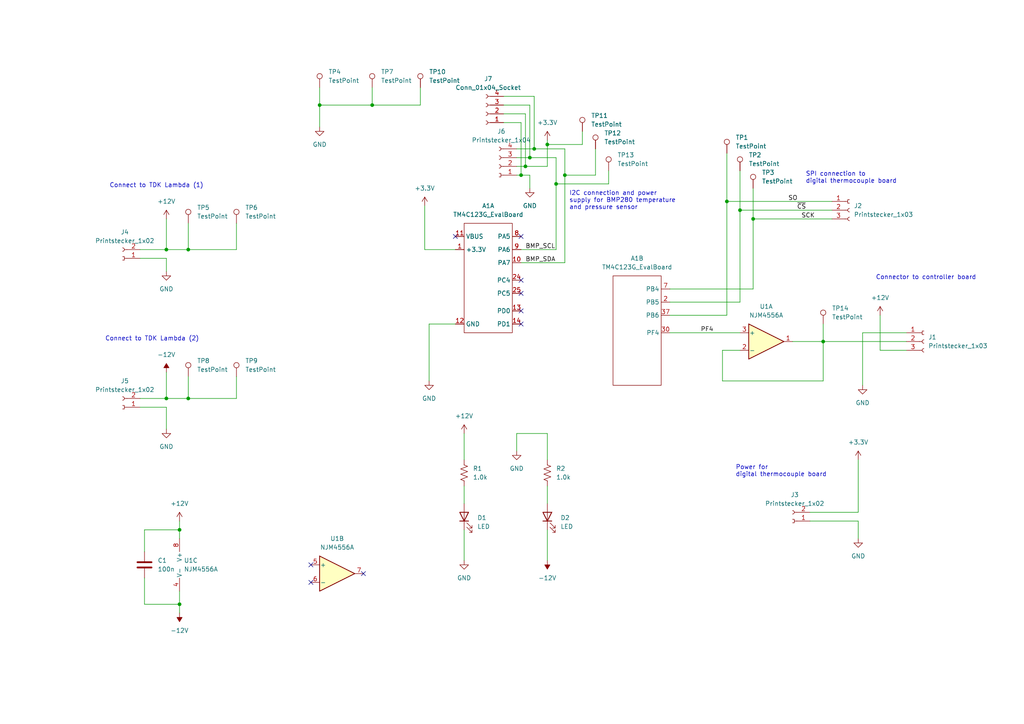
<source format=kicad_sch>
(kicad_sch (version 20230121) (generator eeschema)
  (paper "A4")
  (lib_symbols
    (symbol "Amplifier_Operational:NJM4556A" (pin_names (offset 0.127))
      (property "Reference" "U" (at 0 5.08 0))
      (property "Value" "NJM4556A" (at 0 -5.08 0))
      (symbol "NJM4556A_1_1"
        (polyline (pts (xy -5.08 5.08) (xy 5.08 0) (xy -5.08 -5.08) (xy -5.08 5.08)) (stroke (width 0.254)) (fill (type background)))
        (pin output line (at 7.62 0 180) (length 2.54) (name "~") (number "1"))
        (pin input line (at -7.62 -2.54 0) (length 2.54) (name "-") (number "2"))
        (pin input line (at -7.62 2.54 0) (length 2.54) (name "+") (number "3"))
      )
      (symbol "NJM4556A_2_1"
        (polyline (pts (xy -5.08 5.08) (xy 5.08 0) (xy -5.08 -5.08) (xy -5.08 5.08)) (stroke (width 0.254)) (fill (type background)))
        (pin input line (at -7.62 2.54 0) (length 2.54) (name "+") (number "5"))
        (pin input line (at -7.62 -2.54 0) (length 2.54) (name "-") (number "6"))
        (pin output line (at 7.62 0 180) (length 2.54) (name "~") (number "7"))
      )
      (symbol "NJM4556A_3_1"
        (pin power_in line (at -2.54 -7.62 90) (length 3.81) (name "V-") (number "4"))
        (pin power_in line (at -2.54 7.62 270) (length 3.81) (name "V+") (number "8"))
      )
    )
    (symbol "Connector:Conn_01x04_Socket" (pin_names (offset 1.016) hide)
      (property "Reference" "J" (at 0 5.08 0))
      (property "Value" "Conn_01x04_Socket" (at 0 -7.62 0))
      (symbol "Conn_01x04_Socket_1_1"
        (arc (start 0 -4.572) (mid -0.5058 -5.08) (end 0 -5.588) (stroke (width 0.1524)))
        (arc (start 0 -2.032) (mid -0.5058 -2.54) (end 0 -3.048) (stroke (width 0.1524)))
        (polyline (pts (xy -1.27 -5.08) (xy -0.508 -5.08)) (stroke (width 0.1524)))
        (polyline (pts (xy -1.27 -2.54) (xy -0.508 -2.54)) (stroke (width 0.1524)))
        (polyline (pts (xy -1.27 0) (xy -0.508 0)) (stroke (width 0.1524)))
        (polyline (pts (xy -1.27 2.54) (xy -0.508 2.54)) (stroke (width 0.1524)))
        (arc (start 0 0.508) (mid -0.5058 0) (end 0 -0.508) (stroke (width 0.1524)))
        (arc (start 0 3.048) (mid -0.5058 2.54) (end 0 2.032) (stroke (width 0.1524)))
        (pin passive line (at -5.08 2.54 0) (length 3.81) (name "Pin_1") (number "1"))
        (pin passive line (at -5.08 0 0) (length 3.81) (name "Pin_2") (number "2"))
        (pin passive line (at -5.08 -2.54 0) (length 3.81) (name "Pin_3") (number "3"))
        (pin passive line (at -5.08 -5.08 0) (length 3.81) (name "Pin_4") (number "4"))
      )
    )
    (symbol "Connector:TestPoint" (pin_numbers hide) (pin_names (offset 0.762) hide)
      (property "Reference" "TP" (at 0 6.858 0))
      (property "Value" "TestPoint" (at 0 5.08 0))
      (symbol "TestPoint_0_1"
        (circle (center 0 3.302) (radius 0.762))
      )
      (symbol "TestPoint_1_1"
        (pin passive line (at 0 0 90) (length 2.54) (name "1") (number "1"))
      )
    )
    (symbol "Device:C" (pin_numbers hide) (pin_names (offset 0.254))
      (property "Reference" "C" (at 0.635 2.54 0))
      (property "Value" "C" (at 0.635 -2.54 0))
      (symbol "C_0_1"
        (polyline (pts (xy -2.032 -0.762) (xy 2.032 -0.762)) (stroke (width 0.508)))
        (polyline (pts (xy -2.032 0.762) (xy 2.032 0.762)) (stroke (width 0.508)))
      )
      (symbol "C_1_1"
        (pin passive line (at 0 3.81 270) (length 2.794) (name "~") (number "1"))
        (pin passive line (at 0 -3.81 90) (length 2.794) (name "~") (number "2"))
      )
    )
    (symbol "Device:LED" (pin_numbers hide) (pin_names (offset 1.016) hide)
      (property "Reference" "D" (at 0 2.54 0))
      (property "Value" "LED" (at 0 -2.54 0))
      (symbol "LED_0_1"
        (polyline (pts (xy -1.27 -1.27) (xy -1.27 1.27)) (stroke (width 0.254)))
        (polyline (pts (xy -1.27 0) (xy 1.27 0)))
        (polyline (pts (xy 1.27 -1.27) (xy 1.27 1.27) (xy -1.27 0) (xy 1.27 -1.27)) (stroke (width 0.254)))
        (polyline (pts (xy -3.048 -0.762) (xy -4.572 -2.286) (xy -3.81 -2.286) (xy -4.572 -2.286) (xy -4.572 -1.524)))
        (polyline (pts (xy -1.778 -0.762) (xy -3.302 -2.286) (xy -2.54 -2.286) (xy -3.302 -2.286) (xy -3.302 -1.524)))
      )
      (symbol "LED_1_1"
        (pin passive line (at -3.81 0 0) (length 2.54) (name "K") (number "1"))
        (pin passive line (at 3.81 0 180) (length 2.54) (name "A") (number "2"))
      )
    )
    (symbol "Device:R_US" (pin_numbers hide) (pin_names (offset 0))
      (property "Reference" "R" (at 2.54 0 90))
      (property "Value" "R_US" (at -2.54 0 90))
      (symbol "R_US_0_1"
        (polyline (pts (xy 0 -2.286) (xy 0 -2.54)))
        (polyline (pts (xy 0 2.286) (xy 0 2.54)))
        (polyline (pts (xy 0 -0.762) (xy 1.016 -1.143) (xy 0 -1.524) (xy -1.016 -1.905) (xy 0 -2.286)))
        (polyline (pts (xy 0 0.762) (xy 1.016 0.381) (xy 0 0) (xy -1.016 -0.381) (xy 0 -0.762)))
        (polyline (pts (xy 0 2.286) (xy 1.016 1.905) (xy 0 1.524) (xy -1.016 1.143) (xy 0 0.762)))
      )
      (symbol "R_US_1_1"
        (pin passive line (at 0 3.81 270) (length 1.27) (name "~") (number "1"))
        (pin passive line (at 0 -3.81 90) (length 1.27) (name "~") (number "2"))
      )
    )
    (symbol "connectors:printstecker_1x02" (pin_names hide)
      (property "Reference" "J" (at 0 3.81 0))
      (property "Value" "Printstecker_1x02" (at -2.54 -3.81 0))
      (symbol "printstecker_1x02_0_1"
        (polyline (pts (xy 0 1.778) (xy -0.5058 1.778) (xy -0.5058 0.762) (xy 0 0.762)) (stroke (width 0.1524)))
      )
      (symbol "printstecker_1x02_1_1"
        (arc (start 0 -0.762) (mid -0.5058 -1.27) (end 0 -1.778) (stroke (width 0.1524)))
        (polyline (pts (xy -1.27 -1.27) (xy -0.508 -1.27)) (stroke (width 0.1524)))
        (polyline (pts (xy -1.27 1.27) (xy -0.508 1.27)) (stroke (width 0.1524)))
        (pin passive line (at -5.08 1.27 0) (length 3.81) (name "Pin_1") (number "1"))
        (pin passive line (at -5.08 -1.27 0) (length 3.81) (name "Pin_2") (number "2"))
      )
    )
    (symbol "connectors:printstecker_1x03" (pin_names hide)
      (property "Reference" "J" (at 0 5.08 0))
      (property "Value" "Printstecker_1x03" (at -2.54 -6.35 0))
      (symbol "printstecker_1x03_0_1"
        (polyline (pts (xy 0 3.048) (xy -0.5058 3.048) (xy -0.5058 2.032) (xy 0 2.032)) (stroke (width 0.1524)))
      )
      (symbol "printstecker_1x03_1_1"
        (arc (start 0 -2.032) (mid -0.5058 -2.54) (end 0 -3.048) (stroke (width 0.1524)))
        (polyline (pts (xy -1.27 -2.54) (xy -0.508 -2.54)) (stroke (width 0.1524)))
        (polyline (pts (xy -1.27 0) (xy -0.508 0)) (stroke (width 0.1524)))
        (polyline (pts (xy -1.27 2.54) (xy -0.508 2.54)) (stroke (width 0.1524)))
        (arc (start 0 0.508) (mid -0.5058 0) (end 0 -0.508) (stroke (width 0.1524)))
        (pin passive line (at -5.08 2.54 0) (length 3.81) (name "Pin_1") (number "1"))
        (pin passive line (at -5.08 0 0) (length 3.81) (name "Pin_2") (number "2"))
        (pin passive line (at -5.08 -2.54 0) (length 3.81) (name "Pin_3") (number "3"))
      )
    )
    (symbol "connectors:printstecker_1x04" (pin_names hide)
      (property "Reference" "J" (at 0 6.35 0))
      (property "Value" "Printstecker_1x04" (at -2.54 -7.62 0))
      (symbol "printstecker_1x04_0_1"
        (polyline (pts (xy 0 4.318) (xy -0.5058 4.318) (xy -0.5058 3.302) (xy 0 3.302)) (stroke (width 0.1524)))
      )
      (symbol "printstecker_1x04_1_1"
        (arc (start 0 -3.302) (mid -0.5058 -3.81) (end 0 -4.318) (stroke (width 0.1524)))
        (arc (start 0 -0.762) (mid -0.5058 -1.27) (end 0 -1.778) (stroke (width 0.1524)))
        (polyline (pts (xy -1.27 -3.81) (xy -0.508 -3.81)) (stroke (width 0.1524)))
        (polyline (pts (xy -1.27 -1.27) (xy -0.508 -1.27)) (stroke (width 0.1524)))
        (polyline (pts (xy -1.27 1.27) (xy -0.508 1.27)) (stroke (width 0.1524)))
        (polyline (pts (xy -1.27 3.81) (xy -0.508 3.81)) (stroke (width 0.1524)))
        (arc (start 0 1.778) (mid -0.5058 1.27) (end 0 0.762) (stroke (width 0.1524)))
        (pin passive line (at -5.08 3.81 0) (length 3.81) (name "Pin_1") (number "1"))
        (pin passive line (at -5.08 1.27 0) (length 3.81) (name "Pin_2") (number "2"))
        (pin passive line (at -5.08 -1.27 0) (length 3.81) (name "Pin_3") (number "3"))
        (pin passive line (at -5.08 -3.81 0) (length 3.81) (name "Pin_3") (number "4"))
      )
    )
    (symbol "cortex:TM4C123G_EvalBoard"
      (property "Reference" "A" (at 0 -5.08 0))
      (property "Value" "TM4C123G_EvalBoard" (at -2.54 -7.62 0))
      (symbol "TM4C123G_EvalBoard_0_1"
        (rectangle (start -6.35 19.05) (end 7.62 -12.7))
      )
      (symbol "TM4C123G_EvalBoard_1_1"
        (pin power_in line (at -8.89 11.43 0) (length 2.54) (name "+3.3V") (number "1"))
        (pin bidirectional line (at 10.16 7.62 180) (length 2.54) (name "PA7") (number "10"))
        (pin power_in line (at -8.89 15.24 0) (length 2.54) (name "VBUS") (number "11"))
        (pin power_in line (at -8.89 -10.16 0) (length 2.54) (name "GND") (number "12"))
        (pin bidirectional line (at 10.16 -6.35 180) (length 2.54) (name "PD0") (number "13"))
        (pin bidirectional line (at 10.16 -10.16 180) (length 2.54) (name "PD1") (number "14"))
        (pin bidirectional line (at 10.16 2.54 180) (length 2.54) (name "PC4") (number "24"))
        (pin bidirectional line (at 10.16 -1.27 180) (length 2.54) (name "PC5") (number "25"))
        (pin power_in line (at -8.89 -10.16 0) (length 2.54) hide (name "GND") (number "31"))
        (pin bidirectional line (at 10.16 15.24 180) (length 2.54) (name "PA5") (number "8"))
        (pin bidirectional line (at 10.16 11.43 180) (length 2.54) (name "PA6") (number "9"))
      )
      (symbol "TM4C123G_EvalBoard_2_1"
        (pin bidirectional line (at 10.16 11.43 180) (length 2.54) (name "PB5") (number "2"))
        (pin bidirectional line (at 10.16 2.54 180) (length 2.54) (name "PF4") (number "30"))
        (pin bidirectional line (at 10.16 7.62 180) (length 2.54) (name "PB6") (number "37"))
        (pin bidirectional line (at 10.16 15.24 180) (length 2.54) (name "PB4") (number "7"))
      )
    )
    (symbol "power:+12V" (power) (pin_names (offset 0))
      (property "Value" "+12V" (at 0 3.556 0))
      (symbol "+12V_0_1"
        (polyline (pts (xy -0.762 1.27) (xy 0 2.54)))
        (polyline (pts (xy 0 0) (xy 0 2.54)))
        (polyline (pts (xy 0 2.54) (xy 0.762 1.27)))
      )
      (symbol "+12V_1_1"
        (pin power_in line (at 0 0 90) (length 0) hide (name "+12V") (number "1"))
      )
    )
    (symbol "power:+3.3V" (power) (pin_names (offset 0))
      (property "Value" "+3.3V" (at 0 3.556 0))
      (symbol "+3.3V_0_1"
        (polyline (pts (xy -0.762 1.27) (xy 0 2.54)))
        (polyline (pts (xy 0 0) (xy 0 2.54)))
        (polyline (pts (xy 0 2.54) (xy 0.762 1.27)))
      )
      (symbol "+3.3V_1_1"
        (pin power_in line (at 0 0 90) (length 0) hide (name "+3.3V") (number "1"))
      )
    )
    (symbol "power:-12V" (power) (pin_names (offset 0))
      (property "Value" "-12V" (at 0 3.81 0))
      (symbol "-12V_0_0"
        (pin power_in line (at 0 0 90) (length 0) hide (name "-12V") (number "1"))
      )
      (symbol "-12V_0_1"
        (polyline (pts (xy 0 0) (xy 0 1.27) (xy 0.762 1.27) (xy 0 2.54) (xy -0.762 1.27) (xy 0 1.27)) (fill (type outline)))
      )
    )
    (symbol "power:GND" (power) (pin_names (offset 0))
      (property "Value" "GND" (at 0 -3.81 0))
      (symbol "GND_0_1"
        (polyline (pts (xy 0 0) (xy 0 -1.27) (xy 1.27 -1.27) (xy 0 -2.54) (xy -1.27 -1.27) (xy 0 -1.27)))
      )
      (symbol "GND_1_1"
        (pin power_in line (at 0 0 270) (length 0) hide (name "GND") (number "1"))
      )
    )
  )
  (junction (at 54.61 72.39))
  (junction (at 210.82 58.42))
  (junction (at 238.76 99.06))
  (junction (at 158.75 41.91))
  (junction (at 107.95 30.48))
  (junction (at 214.63 60.96))
  (junction (at 151.13 50.8))
  (junction (at 92.71 30.48))
  (junction (at 48.26 72.39))
  (junction (at 152.4 48.26))
  (junction (at 52.07 175.26))
  (junction (at 154.94 43.18))
  (junction (at 163.83 50.8))
  (junction (at 54.61 115.57))
  (junction (at 161.29 53.34))
  (junction (at 52.07 153.67))
  (junction (at 153.67 45.72))
  (junction (at 48.26 115.57))
  (junction (at 218.44 63.5))
  (no_connect (at 151.13 90.17))
  (no_connect (at 151.13 68.58))
  (no_connect (at 90.17 168.91))
  (no_connect (at 105.41 166.37))
  (no_connect (at 151.13 81.28))
  (no_connect (at 151.13 85.09))
  (no_connect (at 132.08 68.58))
  (no_connect (at 90.17 163.83))
  (no_connect (at 151.13 93.98))
  (wire (pts (xy 218.44 63.5) (xy 241.3 63.5)))
  (wire (pts (xy 52.07 151.13) (xy 52.07 153.67)))
  (wire (pts (xy 68.58 115.57) (xy 54.61 115.57)))
  (wire (pts (xy 158.75 153.67) (xy 158.75 162.56)))
  (wire (pts (xy 40.64 74.93) (xy 48.26 74.93)))
  (wire (pts (xy 152.4 48.26) (xy 149.86 48.26)))
  (wire (pts (xy 52.07 153.67) (xy 52.07 156.21)))
  (wire (pts (xy 68.58 64.77) (xy 68.58 72.39)))
  (wire (pts (xy 214.63 49.53) (xy 214.63 60.96)))
  (wire (pts (xy 234.95 148.59) (xy 248.92 148.59)))
  (wire (pts (xy 121.92 30.48) (xy 107.95 30.48)))
  (wire (pts (xy 209.55 101.6) (xy 214.63 101.6)))
  (wire (pts (xy 107.95 30.48) (xy 92.71 30.48)))
  (wire (pts (xy 168.91 38.1) (xy 168.91 41.91)))
  (wire (pts (xy 149.86 125.73) (xy 158.75 125.73)))
  (wire (pts (xy 54.61 109.22) (xy 54.61 115.57)))
  (wire (pts (xy 218.44 63.5) (xy 218.44 83.82)))
  (wire (pts (xy 210.82 58.42) (xy 210.82 91.44)))
  (wire (pts (xy 238.76 99.06) (xy 238.76 110.49)))
  (wire (pts (xy 154.94 27.94) (xy 154.94 43.18)))
  (wire (pts (xy 146.05 35.56) (xy 151.13 35.56)))
  (wire (pts (xy 168.91 41.91) (xy 158.75 41.91)))
  (wire (pts (xy 218.44 83.82) (xy 194.31 83.82)))
  (wire (pts (xy 68.58 109.22) (xy 68.58 115.57)))
  (wire (pts (xy 52.07 171.45) (xy 52.07 175.26)))
  (wire (pts (xy 149.86 43.18) (xy 154.94 43.18)))
  (wire (pts (xy 121.92 25.4) (xy 121.92 30.48)))
  (wire (pts (xy 163.83 50.8) (xy 163.83 76.2)))
  (wire (pts (xy 158.75 41.91) (xy 158.75 48.26)))
  (wire (pts (xy 151.13 50.8) (xy 153.67 50.8)))
  (wire (pts (xy 149.86 45.72) (xy 153.67 45.72)))
  (wire (pts (xy 68.58 72.39) (xy 54.61 72.39)))
  (wire (pts (xy 229.87 99.06) (xy 238.76 99.06)))
  (wire (pts (xy 176.53 49.53) (xy 176.53 53.34)))
  (wire (pts (xy 146.05 30.48) (xy 153.67 30.48)))
  (wire (pts (xy 209.55 110.49) (xy 209.55 101.6)))
  (wire (pts (xy 172.72 50.8) (xy 163.83 50.8)))
  (wire (pts (xy 41.91 175.26) (xy 41.91 167.64)))
  (wire (pts (xy 172.72 43.18) (xy 172.72 50.8)))
  (wire (pts (xy 161.29 45.72) (xy 161.29 53.34)))
  (wire (pts (xy 149.86 130.81) (xy 149.86 125.73)))
  (wire (pts (xy 262.89 96.52) (xy 250.19 96.52)))
  (wire (pts (xy 48.26 118.11) (xy 48.26 124.46)))
  (wire (pts (xy 48.26 74.93) (xy 48.26 78.74)))
  (wire (pts (xy 161.29 53.34) (xy 161.29 72.39)))
  (wire (pts (xy 255.27 101.6) (xy 262.89 101.6)))
  (wire (pts (xy 238.76 99.06) (xy 262.89 99.06)))
  (wire (pts (xy 146.05 27.94) (xy 154.94 27.94)))
  (wire (pts (xy 214.63 87.63) (xy 194.31 87.63)))
  (wire (pts (xy 92.71 30.48) (xy 92.71 36.83)))
  (wire (pts (xy 210.82 91.44) (xy 194.31 91.44)))
  (wire (pts (xy 134.62 153.67) (xy 134.62 162.56)))
  (wire (pts (xy 146.05 33.02) (xy 152.4 33.02)))
  (wire (pts (xy 238.76 110.49) (xy 209.55 110.49)))
  (wire (pts (xy 153.67 45.72) (xy 161.29 45.72)))
  (wire (pts (xy 163.83 43.18) (xy 163.83 50.8)))
  (wire (pts (xy 255.27 91.44) (xy 255.27 101.6)))
  (wire (pts (xy 124.46 93.98) (xy 124.46 110.49)))
  (wire (pts (xy 48.26 63.5) (xy 48.26 72.39)))
  (wire (pts (xy 161.29 72.39) (xy 151.13 72.39)))
  (wire (pts (xy 40.64 118.11) (xy 48.26 118.11)))
  (wire (pts (xy 48.26 107.95) (xy 48.26 115.57)))
  (wire (pts (xy 92.71 25.4) (xy 92.71 30.48)))
  (wire (pts (xy 134.62 140.97) (xy 134.62 146.05)))
  (wire (pts (xy 107.95 25.4) (xy 107.95 30.48)))
  (wire (pts (xy 151.13 35.56) (xy 151.13 50.8)))
  (wire (pts (xy 248.92 151.13) (xy 248.92 156.21)))
  (wire (pts (xy 248.92 148.59) (xy 248.92 133.35)))
  (wire (pts (xy 234.95 151.13) (xy 248.92 151.13)))
  (wire (pts (xy 158.75 125.73) (xy 158.75 133.35)))
  (wire (pts (xy 158.75 40.64) (xy 158.75 41.91)))
  (wire (pts (xy 158.75 48.26) (xy 152.4 48.26)))
  (wire (pts (xy 132.08 93.98) (xy 124.46 93.98)))
  (wire (pts (xy 123.19 72.39) (xy 132.08 72.39)))
  (wire (pts (xy 52.07 175.26) (xy 41.91 175.26)))
  (wire (pts (xy 161.29 53.34) (xy 176.53 53.34)))
  (wire (pts (xy 154.94 43.18) (xy 163.83 43.18)))
  (wire (pts (xy 41.91 153.67) (xy 41.91 160.02)))
  (wire (pts (xy 153.67 50.8) (xy 153.67 54.61)))
  (wire (pts (xy 210.82 58.42) (xy 241.3 58.42)))
  (wire (pts (xy 54.61 64.77) (xy 54.61 72.39)))
  (wire (pts (xy 238.76 93.98) (xy 238.76 99.06)))
  (wire (pts (xy 250.19 96.52) (xy 250.19 111.76)))
  (wire (pts (xy 194.31 96.52) (xy 214.63 96.52)))
  (wire (pts (xy 52.07 153.67) (xy 41.91 153.67)))
  (wire (pts (xy 134.62 125.73) (xy 134.62 133.35)))
  (wire (pts (xy 214.63 60.96) (xy 241.3 60.96)))
  (wire (pts (xy 48.26 115.57) (xy 40.64 115.57)))
  (wire (pts (xy 52.07 175.26) (xy 52.07 177.8)))
  (wire (pts (xy 218.44 54.61) (xy 218.44 63.5)))
  (wire (pts (xy 123.19 59.69) (xy 123.19 72.39)))
  (wire (pts (xy 158.75 140.97) (xy 158.75 146.05)))
  (wire (pts (xy 54.61 72.39) (xy 48.26 72.39)))
  (wire (pts (xy 153.67 30.48) (xy 153.67 45.72)))
  (wire (pts (xy 214.63 60.96) (xy 214.63 87.63)))
  (wire (pts (xy 48.26 72.39) (xy 40.64 72.39)))
  (wire (pts (xy 210.82 44.45) (xy 210.82 58.42)))
  (wire (pts (xy 54.61 115.57) (xy 48.26 115.57)))
  (wire (pts (xy 152.4 33.02) (xy 152.4 48.26)))
  (wire (pts (xy 163.83 76.2) (xy 151.13 76.2)))
  (wire (pts (xy 149.86 50.8) (xy 151.13 50.8)))
  (text "Connect to TDK Lambda (1)" (at 31.75 54.61 0) (effects (font (size 1.27 1.27)) (justify left bottom)))
  (text "I2C connection and power\nsupply for BMP280 temperature\nand pressure sensor" (at 165.1 60.96 0) (effects (font (size 1.27 1.27)) (justify left bottom)))
  (text "SPI connection to\ndigital thermocouple board" (at 233.68 53.34 0) (effects (font (size 1.27 1.27)) (justify left bottom)))
  (text "Connect to TDK Lambda (2)" (at 30.48 99.06 0) (effects (font (size 1.27 1.27)) (justify left bottom)))
  (text "Connector to controller board" (at 254 81.28 0) (effects (font (size 1.27 1.27)) (justify left bottom)))
  (text "Power for\ndigital thermocouple board" (at 213.36 138.43 0) (effects (font (size 1.27 1.27)) (justify left bottom)))
  (label "SO" (at 228.6 58.42 0))
  (label "BMP_SCL" (at 152.4 72.39 0))
  (label "BMP_SDA" (at 152.4 76.2 0))
  (label "~{CS}" (at 231.14 60.96 0))
  (label "SCK" (at 232.41 63.5 0))
  (label "PF4" (at 203.2 96.52 0))
  (symbol (lib_id "connectors:printstecker_1x03") (at 267.97 99.06 0) (unit 1)
    (property "Reference" "J1" (at 269.24 97.79 0) (effects (justify left)))
    (property "Value" "Printstecker_1x03" (at 269.24 100.33 0) (effects (justify left)))
    (property "Footprint" "connectors:printstecker_1x03_P2.54mm" (effects hide))
    (instances (project "tiva-board" (path "" (reference "J1") (unit 1))) (project "controller_v2" (path "" (reference "J17") (unit 1))))
  )
  (symbol (lib_id "Connector:TestPoint") (at 210.82 44.45 0) (unit 1)
    (property "Reference" "TP1" (at 213.36 39.878 0) (effects (justify left)))
    (property "Value" "TestPoint" (at 213.36 42.418 0) (effects (justify left)))
    (property "Footprint" "TestPoint:TestPoint_Pad_2.0x2.0mm" (effects hide))
    (instances (project "tiva-board" (path "" (reference "TP1") (unit 1))) (project "controller_v2" (path "" (reference "TP24") (unit 1))))
  )
  (symbol (lib_id "power:+12V") (at 134.62 125.73 0) (unit 1)
    (property "Reference" "#PWR020" (effects hide))
    (property "Value" "+12V" (at 134.62 120.65 0))
    (instances (project "tiva-board" (path "" (reference "#PWR020") (unit 1))) (project "controller_v2" (path "" (reference "#PWR036") (unit 1))))
  )
  (symbol (lib_id "power:GND") (at 153.67 54.61 0) (unit 1)
    (property "Reference" "#PWR018" (effects hide))
    (property "Value" "GND" (at 153.67 59.69 0))
    (instances (project "tiva-board" (path "" (reference "#PWR018") (unit 1))) (project "controller_v2" (path "" (reference "#PWR039") (unit 1))))
  )
  (symbol (lib_id "power:+3.3V") (at 158.75 40.64 0) (unit 1)
    (property "Reference" "#PWR019" (effects hide))
    (property "Value" "+3.3V" (at 158.75 35.56 0))
    (instances (project "tiva-board" (path "" (reference "#PWR019") (unit 1))) (project "controller_v2" (path "" (reference "#PWR040") (unit 1))))
  )
  (symbol (lib_id "Connector:TestPoint") (at 176.53 49.53 0) (unit 1)
    (property "Reference" "TP13" (at 179.07 44.958 0) (effects (justify left)))
    (property "Value" "TestPoint" (at 179.07 47.498 0) (effects (justify left)))
    (property "Footprint" "TestPoint:TestPoint_Pad_2.0x2.0mm" (effects hide))
    (instances (project "tiva-board" (path "" (reference "TP13") (unit 1))) (project "controller_v2" (path "" (reference "TP23") (unit 1))))
  )
  (symbol (lib_id "power:+3.3V") (at 248.92 133.35 0) (unit 1)
    (property "Reference" "#PWR016" (effects hide))
    (property "Value" "+3.3V" (at 248.92 128.27 0))
    (instances (project "tiva-board" (path "" (reference "#PWR016") (unit 1))) (project "controller_v2" (path "" (reference "#PWR042") (unit 1))))
  )
  (symbol (lib_id "cortex:TM4C123G_EvalBoard") (at 140.97 83.82 0) (unit 1)
    (property "Reference" "A1" (at 141.605 59.69 0))
    (property "Value" "TM4C123G_EvalBoard" (at 141.605 62.23 0))
    (property "Footprint" "cortex:TM4C123G_EvalBoard" (effects hide))
  )
  (symbol (lib_id "power:GND") (at 48.26 78.74 0) (unit 1)
    (property "Reference" "#PWR012" (effects hide))
    (property "Value" "GND" (at 48.26 83.82 0))
    (instances (project "tiva-board" (path "" (reference "#PWR012") (unit 1))) (project "controller_v2" (path "" (reference "#PWR026") (unit 1))))
  )
  (symbol (lib_id "connectors:printstecker_1x04") (at 144.78 46.99 180) (unit 1)
    (property "Reference" "J6" (at 145.415 38.1 0))
    (property "Value" "Printstecker_1x04" (at 145.415 40.64 0))
    (property "Footprint" "connectors:printstecker_1x04_P2.54mm" (effects hide))
    (instances (project "tiva-board" (path "" (reference "J6") (unit 1))) (project "controller_v2" (path "" (reference "J14") (unit 1))))
  )
  (symbol (lib_id "Device:LED") (at 134.62 149.86 90) (unit 1)
    (property "Reference" "D1" (at 138.43 150.1775 90) (effects (justify right)))
    (property "Value" "LED" (at 138.43 152.7175 90) (effects (justify right)))
    (property "Footprint" "LED_THT:LED_D5.0mm" (effects hide))
    (instances (project "tiva-board" (path "" (reference "D1") (unit 1))) (project "controller_v2" (path "" (reference "D4") (unit 1))))
  )
  (symbol (lib_id "Amplifier_Operational:NJM4556A") (at 54.61 163.83 0) (unit 3)
    (property "Reference" "U1" (at 53.34 162.56 0) (effects (justify left)))
    (property "Value" "NJM4556A" (at 53.34 165.1 0) (effects (justify left)))
    (property "Footprint" "Package_DIP:DIP-8_W7.62mm" (effects hide))
    (property "Datasheet" "http://www.njr.com/semicon/PDF/NJM4556A_E.pdf" (effects hide))
    (instances (project "tiva-board" (path "" (reference "U1") (unit 3))) (project "controller_v2" (path "" (reference "U2") (unit 3))))
  )
  (symbol (lib_id "Connector:TestPoint") (at 107.95 25.4 0) (unit 1)
    (property "Reference" "TP7" (at 110.49 20.828 0) (effects (justify left)))
    (property "Value" "TestPoint" (at 110.49 23.368 0) (effects (justify left)))
    (property "Footprint" "TestPoint:TestPoint_Plated_Hole_D2.0mm" (effects hide))
    (instances (project "tiva-board" (path "" (reference "TP7") (unit 1))) (project "controller_v2" (path "" (reference "TP19") (unit 1))))
  )
  (symbol (lib_id "Connector:TestPoint") (at 121.92 25.4 0) (unit 1)
    (property "Reference" "TP10" (at 124.46 20.828 0) (effects (justify left)))
    (property "Value" "TestPoint" (at 124.46 23.368 0) (effects (justify left)))
    (property "Footprint" "TestPoint:TestPoint_Plated_Hole_D2.0mm" (effects hide))
    (instances (project "tiva-board" (path "" (reference "TP10") (unit 1))) (project "controller_v2" (path "" (reference "TP20") (unit 1))))
  )
  (symbol (lib_id "Device:R_US") (at 158.75 137.16 0) (unit 1)
    (property "Reference" "R2" (at 161.29 135.89 0) (effects (justify left)))
    (property "Value" "1.0k" (at 161.29 138.43 0) (effects (justify left)))
    (property "Footprint" "Resistor_THT:R_Axial_DIN0207_L6.3mm_D2.5mm_P10.16mm_Horizontal" (effects hide))
    (instances (project "tiva-board" (path "" (reference "R2") (unit 1))) (project "controller_v2" (path "" (reference "R7") (unit 1))))
  )
  (symbol (lib_id "connectors:printstecker_1x03") (at 246.38 60.96 0) (unit 1)
    (property "Reference" "J2" (at 247.65 59.69 0) (effects (justify left)))
    (property "Value" "Printstecker_1x03" (at 247.65 62.23 0) (effects (justify left)))
    (property "Footprint" "connectors:printstecker_1x03_P2.54mm" (effects hide))
    (instances (project "tiva-board" (path "" (reference "J2") (unit 1))) (project "controller_v2" (path "" (reference "J16") (unit 1))))
  )
  (symbol (lib_id "power:GND") (at 92.71 36.83 0) (unit 1)
    (property "Reference" "#PWR015" (effects hide))
    (property "Value" "GND" (at 92.71 41.91 0))
    (instances (project "tiva-board" (path "" (reference "#PWR015") (unit 1))) (project "controller_v2" (path "" (reference "#PWR033") (unit 1))))
  )
  (symbol (lib_id "power:GND") (at 124.46 110.49 0) (unit 1)
    (property "Reference" "#PWR01" (effects hide))
    (property "Value" "GND" (at 124.46 115.57 0))
    (instances (project "tiva-board" (path "" (reference "#PWR01") (unit 1))) (project "controller_v2" (path "" (reference "#PWR035") (unit 1))))
  )
  (symbol (lib_id "Amplifier_Operational:NJM4556A") (at 97.79 166.37 0) (unit 2)
    (property "Reference" "U1" (at 97.79 156.21 0))
    (property "Value" "NJM4556A" (at 97.79 158.75 0))
    (property "Footprint" "Package_DIP:DIP-8_W7.62mm" (effects hide))
    (property "Datasheet" "http://www.njr.com/semicon/PDF/NJM4556A_E.pdf" (effects hide))
    (instances (project "tiva-board" (path "" (reference "U1") (unit 2))) (project "controller_v2" (path "" (reference "U2") (unit 2))))
  )
  (symbol (lib_id "power:-12V") (at 48.26 107.95 0) (unit 1)
    (property "Reference" "#PWR014" (effects hide))
    (property "Value" "-12V" (at 48.26 102.87 0))
    (instances (project "tiva-board" (path "" (reference "#PWR014") (unit 1))) (project "controller_v2" (path "" (reference "#PWR027") (unit 1))))
  )
  (symbol (lib_id "cortex:TM4C123G_EvalBoard") (at 184.15 99.06 0) (unit 2)
    (property "Reference" "A1" (at 184.785 74.93 0))
    (property "Value" "TM4C123G_EvalBoard" (at 184.785 77.47 0))
    (property "Footprint" "cortex:TM4C123G_EvalBoard" (effects hide))
  )
  (symbol (lib_id "connectors:printstecker_1x02") (at 229.87 149.86 180) (unit 1)
    (property "Reference" "J3" (at 230.505 143.51 0))
    (property "Value" "Printstecker_1x02" (at 230.505 146.05 0))
    (property "Footprint" "connectors:printstecker_1x02_P2.54mm" (effects hide))
    (instances (project "tiva-board" (path "" (reference "J3") (unit 1))) (project "controller_v2" (path "" (reference "J15") (unit 1))))
  )
  (symbol (lib_id "power:+12V") (at 255.27 91.44 0) (unit 1)
    (property "Reference" "#PWR07" (effects hide))
    (property "Value" "+12V" (at 255.27 86.36 0))
    (instances (project "tiva-board" (path "" (reference "#PWR07") (unit 1))) (project "controller_v2" (path "" (reference "#PWR045") (unit 1))))
  )
  (symbol (lib_id "Amplifier_Operational:NJM4556A") (at 222.25 99.06 0) (unit 1)
    (property "Reference" "U1" (at 222.25 88.9 0))
    (property "Value" "NJM4556A" (at 222.25 91.44 0))
    (property "Footprint" "Package_DIP:DIP-8_W7.62mm" (effects hide))
    (property "Datasheet" "http://www.njr.com/semicon/PDF/NJM4556A_E.pdf" (effects hide))
    (instances (project "tiva-board" (path "" (reference "U1") (unit 1))) (project "controller_v2" (path "" (reference "U2") (unit 1))))
  )
  (symbol (lib_id "Connector:TestPoint") (at 92.71 25.4 0) (unit 1)
    (property "Reference" "TP4" (at 95.25 20.828 0) (effects (justify left)))
    (property "Value" "TestPoint" (at 95.25 23.368 0) (effects (justify left)))
    (property "Footprint" "TestPoint:TestPoint_Plated_Hole_D2.0mm" (effects hide))
    (instances (project "tiva-board" (path "" (reference "TP4") (unit 1))) (project "controller_v2" (path "" (reference "TP18") (unit 1))))
  )
  (symbol (lib_id "power:GND") (at 149.86 130.81 0) (unit 1)
    (property "Reference" "#PWR022" (effects hide))
    (property "Value" "GND" (at 149.86 135.89 0))
    (instances (project "tiva-board" (path "" (reference "#PWR022") (unit 1))) (project "controller_v2" (path "" (reference "#PWR038") (unit 1))))
  )
  (symbol (lib_id "power:GND") (at 48.26 124.46 0) (unit 1)
    (property "Reference" "#PWR013" (effects hide))
    (property "Value" "GND" (at 48.26 129.54 0))
    (instances (project "tiva-board" (path "" (reference "#PWR013") (unit 1))) (project "controller_v2" (path "" (reference "#PWR028") (unit 1))))
  )
  (symbol (lib_id "Device:LED") (at 158.75 149.86 90) (unit 1)
    (property "Reference" "D2" (at 162.56 150.1775 90) (effects (justify right)))
    (property "Value" "LED" (at 162.56 152.7175 90) (effects (justify right)))
    (property "Footprint" "LED_THT:LED_D5.0mm" (effects hide))
    (instances (project "tiva-board" (path "" (reference "D2") (unit 1))) (project "controller_v2" (path "" (reference "D5") (unit 1))))
  )
  (symbol (lib_id "power:GND") (at 250.19 111.76 0) (unit 1)
    (property "Reference" "#PWR06" (effects hide))
    (property "Value" "GND" (at 250.19 116.84 0))
    (instances (project "tiva-board" (path "" (reference "#PWR06") (unit 1))) (project "controller_v2" (path "" (reference "#PWR044") (unit 1))))
  )
  (symbol (lib_id "Connector:TestPoint") (at 54.61 109.22 0) (unit 1)
    (property "Reference" "TP8" (at 57.15 104.648 0) (effects (justify left)))
    (property "Value" "TestPoint" (at 57.15 107.188 0) (effects (justify left)))
    (property "Footprint" "TestPoint:TestPoint_Plated_Hole_D2.0mm" (effects hide))
    (instances (project "tiva-board" (path "" (reference "TP8") (unit 1))) (project "controller_v2" (path "" (reference "TP15") (unit 1))))
  )
  (symbol (lib_id "power:+12V") (at 52.07 151.13 0) (unit 1)
    (property "Reference" "#PWR04" (effects hide))
    (property "Value" "+12V" (at 52.07 146.05 0))
    (instances (project "tiva-board" (path "" (reference "#PWR04") (unit 1))) (project "controller_v2" (path "" (reference "#PWR029") (unit 1))))
  )
  (symbol (lib_id "power:-12V") (at 158.75 162.56 180) (unit 1)
    (property "Reference" "#PWR023" (effects hide))
    (property "Value" "-12V" (at 158.75 167.64 0))
    (instances (project "tiva-board" (path "" (reference "#PWR023") (unit 1))) (project "controller_v2" (path "" (reference "#PWR041") (unit 1))))
  )
  (symbol (lib_id "Device:R_US") (at 134.62 137.16 0) (unit 1)
    (property "Reference" "R1" (at 137.16 135.89 0) (effects (justify left)))
    (property "Value" "1.0k" (at 137.16 138.43 0) (effects (justify left)))
    (property "Footprint" "Resistor_THT:R_Axial_DIN0207_L6.3mm_D2.5mm_P10.16mm_Horizontal" (effects hide))
    (instances (project "tiva-board" (path "" (reference "R1") (unit 1))) (project "controller_v2" (path "" (reference "R6") (unit 1))))
  )
  (symbol (lib_id "Connector:TestPoint") (at 54.61 64.77 0) (unit 1)
    (property "Reference" "TP5" (at 57.15 60.198 0) (effects (justify left)))
    (property "Value" "TestPoint" (at 57.15 62.738 0) (effects (justify left)))
    (property "Footprint" "TestPoint:TestPoint_Plated_Hole_D2.0mm" (effects hide))
    (instances (project "tiva-board" (path "" (reference "TP5") (unit 1))) (project "controller_v2" (path "" (reference "TP14") (unit 1))))
  )
  (symbol (lib_id "Connector:TestPoint") (at 214.63 49.53 0) (unit 1)
    (property "Reference" "TP2" (at 217.17 44.958 0) (effects (justify left)))
    (property "Value" "TestPoint" (at 217.17 47.498 0) (effects (justify left)))
    (property "Footprint" "TestPoint:TestPoint_Pad_2.0x2.0mm" (effects hide))
    (instances (project "tiva-board" (path "" (reference "TP2") (unit 1))) (project "controller_v2" (path "" (reference "TP25") (unit 1))))
  )
  (symbol (lib_id "power:+3.3V") (at 123.19 59.69 0) (unit 1)
    (property "Reference" "#PWR010" (effects hide))
    (property "Value" "+3.3V" (at 123.19 54.61 0))
    (instances (project "tiva-board" (path "" (reference "#PWR010") (unit 1))) (project "controller_v2" (path "" (reference "#PWR034") (unit 1))))
  )
  (symbol (lib_id "Connector:TestPoint") (at 68.58 109.22 0) (unit 1)
    (property "Reference" "TP9" (at 71.12 104.648 0) (effects (justify left)))
    (property "Value" "TestPoint" (at 71.12 107.188 0) (effects (justify left)))
    (property "Footprint" "TestPoint:TestPoint_Pad_2.0x2.0mm" (effects hide))
    (instances (project "tiva-board" (path "" (reference "TP9") (unit 1))) (project "controller_v2" (path "" (reference "TP17") (unit 1))))
  )
  (symbol (lib_id "Connector:Conn_01x04_Socket") (at 140.97 33.02 180) (unit 1)
    (property "Reference" "J7" (at 141.605 22.86 0))
    (property "Value" "Conn_01x04_Socket" (at 141.605 25.4 0))
    (property "Footprint" "Connector_PinSocket_2.54mm:PinSocket_1x04_P2.54mm_Vertical" (effects hide))
    (instances (project "tiva-board" (path "" (reference "J7") (unit 1))) (project "controller_v2" (path "" (reference "J13") (unit 1))))
  )
  (symbol (lib_id "Connector:TestPoint") (at 168.91 38.1 0) (unit 1)
    (property "Reference" "TP11" (at 171.45 33.528 0) (effects (justify left)))
    (property "Value" "TestPoint" (at 171.45 36.068 0) (effects (justify left)))
    (property "Footprint" "TestPoint:TestPoint_Pad_2.0x2.0mm" (effects hide))
    (instances (project "tiva-board" (path "" (reference "TP11") (unit 1))) (project "controller_v2" (path "" (reference "TP21") (unit 1))))
  )
  (symbol (lib_id "power:GND") (at 134.62 162.56 0) (unit 1)
    (property "Reference" "#PWR021" (effects hide))
    (property "Value" "GND" (at 134.62 167.64 0))
    (instances (project "tiva-board" (path "" (reference "#PWR021") (unit 1))) (project "controller_v2" (path "" (reference "#PWR037") (unit 1))))
  )
  (symbol (lib_id "power:GND") (at 248.92 156.21 0) (unit 1)
    (property "Reference" "#PWR017" (effects hide))
    (property "Value" "GND" (at 248.92 161.29 0))
    (instances (project "tiva-board" (path "" (reference "#PWR017") (unit 1))) (project "controller_v2" (path "" (reference "#PWR043") (unit 1))))
  )
  (symbol (lib_id "Connector:TestPoint") (at 218.44 54.61 0) (unit 1)
    (property "Reference" "TP3" (at 220.98 50.038 0) (effects (justify left)))
    (property "Value" "TestPoint" (at 220.98 52.578 0) (effects (justify left)))
    (property "Footprint" "TestPoint:TestPoint_Pad_2.0x2.0mm" (effects hide))
    (instances (project "tiva-board" (path "" (reference "TP3") (unit 1))) (project "controller_v2" (path "" (reference "TP26") (unit 1))))
  )
  (symbol (lib_id "power:-12V") (at 52.07 177.8 180) (unit 1)
    (property "Reference" "#PWR05" (effects hide))
    (property "Value" "-12V" (at 52.07 182.88 0))
    (instances (project "tiva-board" (path "" (reference "#PWR05") (unit 1))) (project "controller_v2" (path "" (reference "#PWR030") (unit 1))))
  )
  (symbol (lib_id "Connector:TestPoint") (at 68.58 64.77 0) (unit 1)
    (property "Reference" "TP6" (at 71.12 60.198 0) (effects (justify left)))
    (property "Value" "TestPoint" (at 71.12 62.738 0) (effects (justify left)))
    (property "Footprint" "TestPoint:TestPoint_Pad_2.0x2.0mm" (effects hide))
    (instances (project "tiva-board" (path "" (reference "TP6") (unit 1))) (project "controller_v2" (path "" (reference "TP16") (unit 1))))
  )
  (symbol (lib_id "connectors:printstecker_1x02") (at 35.56 73.66 180) (unit 1)
    (property "Reference" "J4" (at 36.195 67.31 0))
    (property "Value" "Printstecker_1x02" (at 36.195 69.85 0))
    (property "Footprint" "connectors:printstecker_1x02_P2.54mm" (effects hide))
    (instances (project "tiva-board" (path "" (reference "J4") (unit 1))) (project "controller_v2" (path "" (reference "J11") (unit 1))))
  )
  (symbol (lib_id "Connector:TestPoint") (at 238.76 93.98 0) (unit 1)
    (property "Reference" "TP14" (at 241.3 89.408 0) (effects (justify left)))
    (property "Value" "TestPoint" (at 241.3 91.948 0) (effects (justify left)))
    (property "Footprint" "TestPoint:TestPoint_Pad_2.0x2.0mm" (effects hide))
    (instances (project "tiva-board" (path "" (reference "TP14") (unit 1))) (project "controller_v2" (path "" (reference "TP27") (unit 1))))
  )
  (symbol (lib_id "power:+12V") (at 48.26 63.5 0) (unit 1)
    (property "Reference" "#PWR011" (effects hide))
    (property "Value" "+12V" (at 48.26 58.42 0))
    (instances (project "tiva-board" (path "" (reference "#PWR011") (unit 1))) (project "controller_v2" (path "" (reference "#PWR025") (unit 1))))
  )
  (symbol (lib_id "connectors:printstecker_1x02") (at 35.56 116.84 180) (unit 1)
    (property "Reference" "J5" (at 36.195 110.49 0))
    (property "Value" "Printstecker_1x02" (at 36.195 113.03 0))
    (property "Footprint" "connectors:printstecker_1x02_P2.54mm" (effects hide))
    (instances (project "tiva-board" (path "" (reference "J5") (unit 1))) (project "controller_v2" (path "" (reference "J12") (unit 1))))
  )
  (symbol (lib_id "Connector:TestPoint") (at 172.72 43.18 0) (unit 1)
    (property "Reference" "TP12" (at 175.26 38.608 0) (effects (justify left)))
    (property "Value" "TestPoint" (at 175.26 41.148 0) (effects (justify left)))
    (property "Footprint" "TestPoint:TestPoint_Pad_2.0x2.0mm" (effects hide))
    (instances (project "tiva-board" (path "" (reference "TP12") (unit 1))) (project "controller_v2" (path "" (reference "TP22") (unit 1))))
  )
  (symbol (lib_id "Device:C") (at 41.91 163.83 0) (unit 1)
    (property "Reference" "C1" (at 45.72 162.56 0) (effects (justify left)))
    (property "Value" "100n" (at 45.72 165.1 0) (effects (justify left)))
    (property "Footprint" "Capacitor_THT:C_Disc_D5.0mm_W2.5mm_P2.50mm" (effects hide))
    (instances (project "tiva-board" (path "" (reference "C1") (unit 1))) (project "controller_v2" (path "" (reference "C4") (unit 1))))
  )
)
</source>
